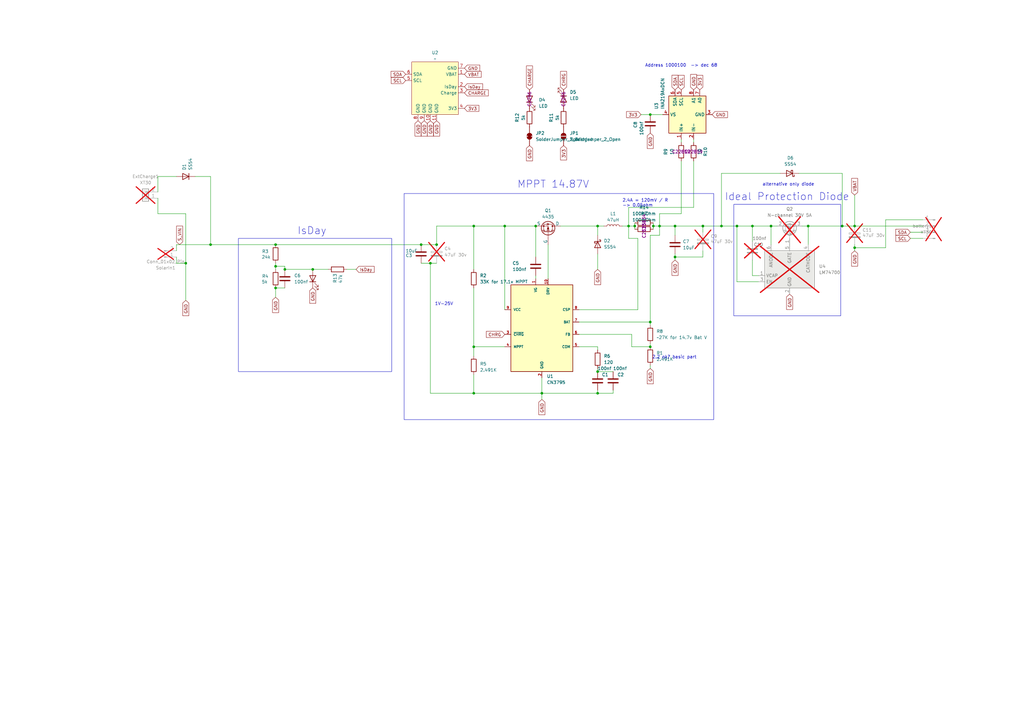
<source format=kicad_sch>
(kicad_sch (version 20250114) (generator "eeschema") (generator_version "9.0")
  (paper "A3")
  (lib_symbols
    (symbol "CN3795:CN3795" (pin_names (offset 1.016))
      (property "Reference" "U" (at 5.08 18.542 0))
      (property "Value" "CN3795" (at 5.08 -20.32 0))
      (symbol "CN3795_0_0"
        (rectangle (start -12.7 -17.78) (end 12.7 17.78) (stroke (width 0.254)) (fill (type background)))
        (pin bidirectional line (at -15.24 7.62 0) (length 2.54) (name "VCC") (number "9"))
        (pin bidirectional line (at -15.24 -2.54 0) (length 2.54) (name "~{CHRG}") (number "3"))
        (pin bidirectional line (at -15.24 -7.62 0) (length 2.54) (name "MPPT") (number "4"))
        (pin bidirectional line (at -2.54 20.32 270) (length 2.54) (name "VG") (number "1"))
        (pin bidirectional line (at 0 -20.32 90) (length 2.54) (name "GND") (number "2"))
        (pin bidirectional line (at 2.54 20.32 270) (length 2.54) (name "DRV") (number "10"))
        (pin bidirectional line (at 15.24 7.62 180) (length 2.54) (name "CSP") (number "8"))
        (pin bidirectional line (at 15.24 2.54 180) (length 2.54) (name "BAT") (number "7"))
        (pin bidirectional line (at 15.24 -2.54 180) (length 2.54) (name "FB") (number "6"))
        (pin bidirectional line (at 15.24 -7.62 180) (length 2.54) (name "COM") (number "5"))
      )
    )
    (symbol "Connector:Conn_01x02_Pin" (pin_names (offset 1.016) (hide yes))
      (property "Reference" "J" (at 0 2.54 0))
      (property "Value" "Conn_01x02_Pin" (at 0 -5.08 0))
      (symbol "Conn_01x02_Pin_1_1"
        (rectangle (start 0.8636 0.127) (end 0 -0.127) (stroke (width 0.1524)) (fill (type outline)))
        (rectangle (start 0.8636 -2.413) (end 0 -2.667) (stroke (width 0.1524)) (fill (type outline)))
        (polyline (pts (xy 1.27 0) (xy 0.8636 0)) (stroke (width 0.1524)))
        (polyline (pts (xy 1.27 -2.54) (xy 0.8636 -2.54)) (stroke (width 0.1524)))
        (pin passive line (at 5.08 0 180) (length 3.81) (name "Pin_1") (number "1"))
        (pin passive line (at 5.08 -2.54 180) (length 3.81) (name "Pin_2") (number "2"))
      )
    )
    (symbol "Connector:Conn_01x04_Pin" (pin_names (offset 1.016) (hide yes))
      (property "Reference" "J" (at 0 5.08 0))
      (property "Value" "Conn_01x04_Pin" (at 0 -7.62 0))
      (symbol "Conn_01x04_Pin_1_1"
        (rectangle (start 0.8636 2.667) (end 0 2.413) (stroke (width 0.1524)) (fill (type outline)))
        (rectangle (start 0.8636 0.127) (end 0 -0.127) (stroke (width 0.1524)) (fill (type outline)))
        (rectangle (start 0.8636 -2.413) (end 0 -2.667) (stroke (width 0.1524)) (fill (type outline)))
        (rectangle (start 0.8636 -4.953) (end 0 -5.207) (stroke (width 0.1524)) (fill (type outline)))
        (polyline (pts (xy 1.27 2.54) (xy 0.8636 2.54)) (stroke (width 0.1524)))
        (polyline (pts (xy 1.27 0) (xy 0.8636 0)) (stroke (width 0.1524)))
        (polyline (pts (xy 1.27 -2.54) (xy 0.8636 -2.54)) (stroke (width 0.1524)))
        (polyline (pts (xy 1.27 -5.08) (xy 0.8636 -5.08)) (stroke (width 0.1524)))
        (pin passive line (at 5.08 2.54 180) (length 3.81) (name "Pin_1") (number "1"))
        (pin passive line (at 5.08 0 180) (length 3.81) (name "Pin_2") (number "2"))
        (pin passive line (at 5.08 -2.54 180) (length 3.81) (name "Pin_3") (number "3"))
        (pin passive line (at 5.08 -5.08 180) (length 3.81) (name "Pin_4") (number "4"))
      )
    )
    (symbol "Connector_Generic:Conn_01x02" (pin_names (offset 1.016) (hide yes))
      (property "Reference" "J" (at 0 2.54 0))
      (property "Value" "Conn_01x02" (at 0 -5.08 0))
      (symbol "Conn_01x02_1_1"
        (rectangle (start -1.27 1.27) (end 1.27 -3.81) (stroke (width 0.254)) (fill (type background)))
        (rectangle (start -1.27 0.127) (end 0 -0.127) (stroke (width 0.1524)))
        (rectangle (start -1.27 -2.413) (end 0 -2.667) (stroke (width 0.1524)))
        (pin passive line (at -5.08 0 0) (length 3.81) (name "Pin_1") (number "1"))
        (pin passive line (at -5.08 -2.54 0) (length 3.81) (name "Pin_2") (number "2"))
      )
    )
    (symbol "Device:C" (pin_numbers (hide yes)) (pin_names (offset 0.254))
      (property "Reference" "C" (at 0.635 2.54 0))
      (property "Value" "C" (at 0.635 -2.54 0))
      (symbol "C_0_1"
        (polyline (pts (xy -2.032 0.762) (xy 2.032 0.762)) (stroke (width 0.508)))
        (polyline (pts (xy -2.032 -0.762) (xy 2.032 -0.762)) (stroke (width 0.508)))
      )
      (symbol "C_1_1"
        (pin passive line (at 0 3.81 270) (length 2.794) (name "~") (number "1"))
        (pin passive line (at 0 -3.81 90) (length 2.794) (name "~") (number "2"))
      )
    )
    (symbol "Device:C_Polarized" (pin_numbers (hide yes)) (pin_names (offset 0.254))
      (property "Reference" "C" (at 0.635 2.54 0))
      (property "Value" "C_Polarized" (at 0.635 -2.54 0))
      (symbol "C_Polarized_0_1"
        (rectangle (start -2.286 0.508) (end 2.286 1.016))
        (polyline (pts (xy -1.778 2.286) (xy -0.762 2.286)))
        (polyline (pts (xy -1.27 2.794) (xy -1.27 1.778)))
        (rectangle (start 2.286 -0.508) (end -2.286 -1.016) (fill (type outline)))
      )
      (symbol "C_Polarized_1_1"
        (pin passive line (at 0 3.81 270) (length 2.794) (name "~") (number "1"))
        (pin passive line (at 0 -3.81 90) (length 2.794) (name "~") (number "2"))
      )
    )
    (symbol "Device:D" (pin_numbers (hide yes)) (pin_names (offset 1.016) (hide yes))
      (property "Reference" "D" (at 0 2.54 0))
      (property "Value" "D" (at 0 -2.54 0))
      (symbol "D_0_1"
        (polyline (pts (xy -1.27 1.27) (xy -1.27 -1.27)) (stroke (width 0.254)))
        (polyline (pts (xy 1.27 1.27) (xy 1.27 -1.27) (xy -1.27 0) (xy 1.27 1.27)) (stroke (width 0.254)))
        (polyline (pts (xy 1.27 0) (xy -1.27 0)))
      )
      (symbol "D_1_1"
        (pin passive line (at -3.81 0 0) (length 2.54) (name "K") (number "1"))
        (pin passive line (at 3.81 0 180) (length 2.54) (name "A") (number "2"))
      )
    )
    (symbol "Device:D_Schottky" (pin_numbers (hide yes)) (pin_names (offset 1.016) (hide yes))
      (property "Reference" "D" (at 0 2.54 0))
      (property "Value" "D_Schottky" (at 0 -2.54 0))
      (symbol "D_Schottky_0_1"
        (polyline (pts (xy -1.905 0.635) (xy -1.905 1.27) (xy -1.27 1.27) (xy -1.27 -1.27) (xy -0.635 -1.27) (xy -0.635 -0.635)) (stroke (width 0.254)))
        (polyline (pts (xy 1.27 1.27) (xy 1.27 -1.27) (xy -1.27 0) (xy 1.27 1.27)) (stroke (width 0.254)))
        (polyline (pts (xy 1.27 0) (xy -1.27 0)))
      )
      (symbol "D_Schottky_1_1"
        (pin passive line (at -3.81 0 0) (length 2.54) (name "K") (number "1"))
        (pin passive line (at 3.81 0 180) (length 2.54) (name "A") (number "2"))
      )
    )
    (symbol "Device:L" (pin_numbers (hide yes)) (pin_names (offset 1.016) (hide yes))
      (property "Reference" "L" (at -1.27 0 90))
      (property "Value" "L" (at 1.905 0 90))
      (symbol "L_0_1"
        (arc (start 0 2.54) (mid 0.6323 1.905) (end 0 1.27))
        (arc (start 0 1.27) (mid 0.6323 0.635) (end 0 0))
        (arc (start 0 0) (mid 0.6323 -0.635) (end 0 -1.27))
        (arc (start 0 -1.27) (mid 0.6323 -1.905) (end 0 -2.54))
      )
      (symbol "L_1_1"
        (pin passive line (at 0 3.81 270) (length 1.27) (name "1") (number "1"))
        (pin passive line (at 0 -3.81 90) (length 1.27) (name "2") (number "2"))
      )
    )
    (symbol "Device:LED" (pin_numbers (hide yes)) (pin_names (offset 1.016) (hide yes))
      (property "Reference" "D" (at 0 2.54 0))
      (property "Value" "LED" (at 0 -2.54 0))
      (symbol "LED_0_1"
        (polyline (pts (xy -3.048 -0.762) (xy -4.572 -2.286) (xy -3.81 -2.286) (xy -4.572 -2.286) (xy -4.572 -1.524)))
        (polyline (pts (xy -1.778 -0.762) (xy -3.302 -2.286) (xy -2.54 -2.286) (xy -3.302 -2.286) (xy -3.302 -1.524)))
        (polyline (pts (xy -1.27 0) (xy 1.27 0)))
        (polyline (pts (xy -1.27 -1.27) (xy -1.27 1.27)) (stroke (width 0.254)))
        (polyline (pts (xy 1.27 -1.27) (xy 1.27 1.27) (xy -1.27 0) (xy 1.27 -1.27)) (stroke (width 0.254)))
      )
      (symbol "LED_1_1"
        (pin passive line (at -3.81 0 0) (length 2.54) (name "K") (number "1"))
        (pin passive line (at 3.81 0 180) (length 2.54) (name "A") (number "2"))
      )
    )
    (symbol "Device:R" (pin_numbers (hide yes)) (pin_names (offset 0))
      (property "Reference" "R" (at 2.032 0 90))
      (property "Value" "R" (at 0 0 90))
      (symbol "R_0_1"
        (rectangle (start -1.016 -2.54) (end 1.016 2.54) (stroke (width 0.254)))
      )
      (symbol "R_1_1"
        (pin passive line (at 0 3.81 270) (length 1.27) (name "~") (number "1"))
        (pin passive line (at 0 -3.81 90) (length 1.27) (name "~") (number "2"))
      )
    )
    (symbol "Jumper:SolderJumper_2_Bridged" (pin_numbers (hide yes)) (pin_names (offset 0) (hide yes)) (exclude_from_sim yes) (in_bom no)
      (property "Reference" "JP" (at 0 2.032 0))
      (property "Value" "SolderJumper_2_Bridged" (at 0 -2.54 0))
      (symbol "SolderJumper_2_Bridged_0_1"
        (rectangle (start -0.508 0.508) (end 0.508 -0.508) (fill (type outline)))
        (polyline (pts (xy -0.254 1.016) (xy -0.254 -1.016)))
        (arc (start -0.254 -1.016) (mid -1.2656 0) (end -0.254 1.016))
        (arc (start -0.254 -1.016) (mid -1.2656 0) (end -0.254 1.016) (fill (type outline)))
        (arc (start 0.254 1.016) (mid 1.2656 0) (end 0.254 -1.016))
        (arc (start 0.254 1.016) (mid 1.2656 0) (end 0.254 -1.016) (fill (type outline)))
        (polyline (pts (xy 0.254 1.016) (xy 0.254 -1.016)))
      )
      (symbol "SolderJumper_2_Bridged_1_1"
        (pin passive line (at -3.81 0 0) (length 2.54) (name "A") (number "1"))
        (pin passive line (at 3.81 0 180) (length 2.54) (name "B") (number "2"))
      )
    )
    (symbol "Jumper:SolderJumper_2_Open" (pin_numbers (hide yes)) (pin_names (offset 0) (hide yes)) (exclude_from_sim yes) (in_bom no)
      (property "Reference" "JP" (at 0 2.032 0))
      (property "Value" "SolderJumper_2_Open" (at 0 -2.54 0))
      (symbol "SolderJumper_2_Open_0_1"
        (polyline (pts (xy -0.254 1.016) (xy -0.254 -1.016)))
        (arc (start -0.254 -1.016) (mid -1.2656 0) (end -0.254 1.016))
        (arc (start -0.254 -1.016) (mid -1.2656 0) (end -0.254 1.016) (fill (type outline)))
        (arc (start 0.254 1.016) (mid 1.2656 0) (end 0.254 -1.016))
        (arc (start 0.254 1.016) (mid 1.2656 0) (end 0.254 -1.016) (fill (type outline)))
        (polyline (pts (xy 0.254 1.016) (xy 0.254 -1.016)))
      )
      (symbol "SolderJumper_2_Open_1_1"
        (pin passive line (at -3.81 0 0) (length 2.54) (name "A") (number "1"))
        (pin passive line (at 3.81 0 180) (length 2.54) (name "B") (number "2"))
      )
    )
    (symbol "LED_1" (pin_numbers (hide yes)) (pin_names (offset 1.016) (hide yes))
      (property "Reference" "D" (at 0 2.54 0))
      (property "Value" "LED" (at 0 -2.54 0))
      (symbol "LED_1_0_1"
        (polyline (pts (xy -3.048 -0.762) (xy -4.572 -2.286) (xy -3.81 -2.286) (xy -4.572 -2.286) (xy -4.572 -1.524)))
        (polyline (pts (xy -1.778 -0.762) (xy -3.302 -2.286) (xy -2.54 -2.286) (xy -3.302 -2.286) (xy -3.302 -1.524)))
        (polyline (pts (xy -1.27 0) (xy 1.27 0)))
        (polyline (pts (xy -1.27 -1.27) (xy -1.27 1.27)) (stroke (width 0.254)))
        (polyline (pts (xy 1.27 -1.27) (xy 1.27 1.27) (xy -1.27 0) (xy 1.27 -1.27)) (stroke (width 0.254)))
      )
      (symbol "LED_1_1_1"
        (pin passive line (at -3.81 0 0) (length 2.54) (name "K") (number "1"))
        (pin passive line (at 3.81 0 180) (length 2.54) (name "A") (number "2"))
      )
    )
    (symbol "MPPT:MPPT"
      (property "Reference" "U" (at 0 0 0))
      (symbol "MPPT_1_1"
        (rectangle (start -10.16 -1.27) (end 8.89 -22.86) (fill (type background)))
        (pin input line (at -12.7 -6.35 0) (length 2.54) (name "SDA") (number "6"))
        (pin input line (at -12.7 -8.89 0) (length 2.54) (name "SCL") (number "5"))
        (pin power_out line (at -7.62 -25.4 90) (length 2.54) (name "GND") (number "8"))
        (pin power_out line (at -5.08 -25.4 90) (length 2.54) (name "GND") (number "9"))
        (pin power_out line (at -2.54 -25.4 90) (length 2.54) (name "GND") (number "10"))
        (pin power_out line (at 0 -25.4 90) (length 2.54) (name "GND") (number "11"))
        (pin power_out line (at 11.43 -3.81 180) (length 2.54) (name "GND") (number "7"))
        (pin power_out line (at 11.43 -6.35 180) (length 2.54) (name "VBAT") (number "1"))
        (pin output line (at 11.43 -11.43 180) (length 2.54) (name "IsDay") (number "2"))
        (pin input line (at 11.43 -13.97 180) (length 2.54) (name "Charge") (number "3"))
        (pin input line (at 11.43 -20.32 180) (length 2.54) (name "3V3") (number "4"))
      )
    )
    (symbol "Power_Management:LM74700"
      (property "Reference" "U" (at -9.525 -8.89 0))
      (property "Value" "LM74700" (at 7.62 -8.89 0))
      (symbol "LM74700_0_1"
        (rectangle (start -10.16 7.62) (end 10.16 -7.62) (stroke (width 0.254)) (fill (type background)))
      )
      (symbol "LM74700_1_1"
        (pin passive line (at -12.7 -2.54 0) (length 2.54) (name "VCAP") (number "1"))
        (pin input line (at -12.7 -5.08 0) (length 2.54) (name "EN") (number "3"))
        (pin power_in line (at -7.62 10.16 270) (length 2.54) (name "ANODE") (number "6"))
        (pin output line (at 0 10.16 270) (length 2.54) (name "GATE") (number "5"))
        (pin power_in line (at 0 -10.16 90) (length 2.54) (name "GND") (number "2"))
        (pin input line (at 7.62 10.16 270) (length 2.54) (name "CATHODE") (number "4"))
      )
    )
    (symbol "SL2300:SL2300" (pin_names (offset 1.016))
      (property "Reference" "Q" (at 0 0 0))
      (property "Value" "SL2300" (at 7.62 0 0))
      (symbol "SL2300_1_1"
        (polyline (pts (xy -1.016 1.905) (xy -1.016 -1.905)) (stroke (width 0.254)))
        (polyline (pts (xy -1.016 0) (xy -3.81 0)))
        (polyline (pts (xy -0.508 2.286) (xy -0.508 1.27)) (stroke (width 0.254)))
        (polyline (pts (xy -0.508 0.508) (xy -0.508 -0.508)) (stroke (width 0.254)))
        (polyline (pts (xy -0.508 -1.27) (xy -0.508 -2.286)) (stroke (width 0.254)))
        (polyline (pts (xy -0.508 -1.778) (xy 2.032 -1.778) (xy 2.032 1.778) (xy -0.508 1.778)))
        (polyline (pts (xy -0.254 0) (xy 0.762 0.381) (xy 0.762 -0.381) (xy -0.254 0)) (fill (type outline)))
        (circle (center 0.381 0) (radius 2.794) (stroke (width 0.254)))
        (polyline (pts (xy 1.27 2.54) (xy 1.27 1.778)))
        (circle (center 1.27 1.778) (radius 0.254) (fill (type outline)))
        (circle (center 1.27 -1.778) (radius 0.254) (fill (type outline)))
        (polyline (pts (xy 1.27 -2.54) (xy 1.27 0) (xy -0.508 0)))
        (polyline (pts (xy 1.524 0.508) (xy 1.651 0.381) (xy 2.413 0.381) (xy 2.54 0.254)))
        (polyline (pts (xy 2.032 0.381) (xy 1.651 -0.254) (xy 2.413 -0.254) (xy 2.032 0.381)))
        (pin input line (at -6.35 0 0) (length 2.54) (name "G") (number "1"))
        (pin passive line (at 1.27 5.08 270) (length 2.54) (name "D") (number "3"))
        (pin passive line (at 1.27 -5.08 90) (length 2.54) (name "S") (number "2"))
      )
    )
    (symbol "Sensor_Energy:INA219AxDCN"
      (property "Reference" "U" (at -6.35 8.89 0))
      (property "Value" "INA219AxDCN" (at 6.35 8.89 0))
      (symbol "INA219AxDCN_0_1"
        (rectangle (start -7.62 7.62) (end 7.62 -7.62) (stroke (width 0.254)) (fill (type background)))
      )
      (symbol "INA219AxDCN_1_1"
        (pin input line (at -10.16 2.54 0) (length 2.54) (name "IN+") (number "1"))
        (pin input line (at -10.16 -2.54 0) (length 2.54) (name "IN-") (number "2"))
        (pin power_in line (at 0 10.16 270) (length 2.54) (name "VS") (number "4"))
        (pin power_in line (at 0 -10.16 90) (length 2.54) (name "GND") (number "3"))
        (pin bidirectional line (at 10.16 5.08 180) (length 2.54) (name "SDA") (number "6"))
        (pin input line (at 10.16 2.54 180) (length 2.54) (name "SCL") (number "5"))
        (pin input line (at 10.16 -2.54 180) (length 2.54) (name "A1") (number "8"))
        (pin input line (at 10.16 -5.08 180) (length 2.54) (name "A0") (number "7"))
      )
    )
    (symbol "Simulation_SPICE:PMOS" (pin_numbers (hide yes)) (pin_names (offset 0))
      (property "Reference" "Q" (at 5.08 1.27 0))
      (property "Value" "PMOS" (at 5.08 -1.27 0))
      (symbol "PMOS_0_1"
        (polyline (pts (xy 0.254 1.905) (xy 0.254 -1.905)) (stroke (width 0.254)))
        (polyline (pts (xy 0.254 0) (xy -2.54 0)))
        (polyline (pts (xy 0.762 2.286) (xy 0.762 1.27)) (stroke (width 0.254)))
        (polyline (pts (xy 0.762 1.778) (xy 3.302 1.778) (xy 3.302 -1.778) (xy 0.762 -1.778)))
        (polyline (pts (xy 0.762 0.508) (xy 0.762 -0.508)) (stroke (width 0.254)))
        (polyline (pts (xy 0.762 -1.27) (xy 0.762 -2.286)) (stroke (width 0.254)))
        (circle (center 1.651 0) (radius 2.794) (stroke (width 0.254)))
        (polyline (pts (xy 2.286 0) (xy 1.27 0.381) (xy 1.27 -0.381) (xy 2.286 0)) (fill (type outline)))
        (polyline (pts (xy 2.54 2.54) (xy 2.54 1.778)))
        (circle (center 2.54 1.778) (radius 0.254) (fill (type outline)))
        (circle (center 2.54 -1.778) (radius 0.254) (fill (type outline)))
        (polyline (pts (xy 2.54 -2.54) (xy 2.54 0) (xy 0.762 0)))
        (polyline (pts (xy 2.794 -0.508) (xy 2.921 -0.381) (xy 3.683 -0.381) (xy 3.81 -0.254)))
        (polyline (pts (xy 3.302 -0.381) (xy 2.921 0.254) (xy 3.683 0.254) (xy 3.302 -0.381)))
      )
      (symbol "PMOS_1_1"
        (pin input line (at -5.08 0 0) (length 2.54) (name "G") (number "2"))
        (pin passive line (at 2.54 5.08 270) (length 2.54) (name "D") (number "1"))
        (pin passive line (at 2.54 -5.08 90) (length 2.54) (name "S") (number "3"))
      )
    )
  )
  (rectangle (start 300.99 83.82) (end 344.805 129.54))
  (rectangle (start 165.735 79.375) (end 292.735 172.085))
  (rectangle (start 97.79 97.79) (end 160.655 152.4))
  (text "alternative only diode" (at 323.342 75.692 0) (effects (font (size 1.27 1.27))))
  (text "IsDay" (at 121.92 96.52 0) (effects (font (size 3 3)) (justify left bottom)))
  (text "Ideal Protection Diode" (at 297.18 82.55 0) (effects (font (size 3 3)) (justify left bottom)))
  (text "1V-25V" (at 182.118 124.714 0) (effects (font (size 1.27 1.27))))
  (text "2.2 ok? basic part" (at 276.606 146.558 0) (effects (font (size 1.27 1.27))))
  (text "Address 1000100  -> dec 68" (at 279.4 26.924 0) (effects (font (size 1.27 1.27))))
  (text "MPPT 14.87V" (at 212.09 77.47 0) (effects (font (size 3 3)) (justify left bottom)))
  (text "2.4A = 120mV / R\n-> 0.05ohm" (at 255.27 85.09 0) (effects (font (size 1.27 1.27)) (justify left bottom)))
  (junction (at 172.72 100.33))
  (junction (at 207.01 92.71))
  (junction (at 76.2 107.95))
  (junction (at 245.11 92.71))
  (junction (at 350.52 101.6))
  (junction (at 316.23 92.71))
  (junction (at 295.91 92.71))
  (junction (at 113.03 118.11))
  (junction (at 345.44 92.71))
  (junction (at 276.86 105.41))
  (junction (at 194.31 92.71))
  (junction (at 176.53 107.95))
  (junction (at 194.31 161.29))
  (junction (at 276.86 92.71))
  (junction (at 308.61 92.71))
  (junction (at 113.03 100.33))
  (junction (at 288.29 92.71))
  (junction (at 267.97 92.71))
  (junction (at 257.81 92.71))
  (junction (at 302.26 92.71))
  (junction (at 266.7 46.99))
  (junction (at 179.07 100.33))
  (junction (at 350.52 92.71))
  (junction (at 128.27 110.49))
  (junction (at 245.11 152.4))
  (junction (at 222.25 161.29))
  (junction (at 219.71 92.71))
  (junction (at 331.47 92.71))
  (junction (at 266.7 132.08))
  (junction (at 266.7 142.24))
  (junction (at 113.03 109.22))
  (junction (at 245.11 161.29))
  (junction (at 194.31 142.24))
  (junction (at 116.84 110.49))
  (junction (at 270.51 92.71))
  (junction (at 86.36 100.33))
  (junction (at 260.35 92.71))
  (wire (pts (xy 311.15 115.57) (xy 302.26 115.57)))
  (wire (pts (xy 194.31 92.71) (xy 207.01 92.71)))
  (wire (pts (xy 64.77 78.74) (xy 64.77 72.39)))
  (wire (pts (xy 261.62 127) (xy 237.49 127)))
  (wire (pts (xy 207.01 127) (xy 207.01 92.71)))
  (wire (pts (xy 64.77 72.39) (xy 72.39 72.39)))
  (wire (pts (xy 245.11 104.14) (xy 245.11 110.49)))
  (wire (pts (xy 363.22 90.17) (xy 378.46 90.17)))
  (wire (pts (xy 64.77 81.28) (xy 64.77 87.63)))
  (wire (pts (xy 257.81 92.71) (xy 257.81 97.79)))
  (wire (pts (xy 245.11 151.13) (xy 245.11 152.4)))
  (wire (pts (xy 266.7 132.08) (xy 266.7 133.35)))
  (wire (pts (xy 262.89 46.99) (xy 266.7 46.99)))
  (wire (pts (xy 176.53 107.95) (xy 176.53 161.29)))
  (wire (pts (xy 113.03 109.22) (xy 113.03 110.49)))
  (wire (pts (xy 276.86 105.41) (xy 288.29 105.41)))
  (wire (pts (xy 257.81 85.09) (xy 284.48 85.09)))
  (wire (pts (xy 345.44 92.71) (xy 350.52 92.71)))
  (wire (pts (xy 311.15 113.03) (xy 308.61 113.03)))
  (wire (pts (xy 86.36 100.33) (xy 113.03 100.33)))
  (wire (pts (xy 295.91 92.71) (xy 302.26 92.71)))
  (wire (pts (xy 113.03 100.33) (xy 172.72 100.33)))
  (wire (pts (xy 176.53 161.29) (xy 194.31 161.29)))
  (wire (pts (xy 76.2 87.63) (xy 76.2 107.95)))
  (wire (pts (xy 373.38 95.25) (xy 378.46 95.25)))
  (wire (pts (xy 245.11 92.71) (xy 247.65 92.71)))
  (wire (pts (xy 266.7 96.52) (xy 266.7 132.08)))
  (wire (pts (xy 327.66 71.12) (xy 345.44 71.12)))
  (wire (pts (xy 328.93 92.71) (xy 331.47 92.71)))
  (wire (pts (xy 237.49 137.16) (xy 259.08 137.16)))
  (wire (pts (xy 72.39 107.95) (xy 76.2 107.95)))
  (wire (pts (xy 194.31 161.29) (xy 222.25 161.29)))
  (wire (pts (xy 350.52 101.6) (xy 363.22 101.6)))
  (wire (pts (xy 267.97 92.71) (xy 270.51 92.71)))
  (wire (pts (xy 116.84 110.49) (xy 128.27 110.49)))
  (wire (pts (xy 224.79 100.33) (xy 224.79 114.3)))
  (wire (pts (xy 255.27 92.71) (xy 257.81 92.71)))
  (wire (pts (xy 316.23 92.71) (xy 318.77 92.71)))
  (wire (pts (xy 284.48 58.42) (xy 284.48 57.15)))
  (wire (pts (xy 259.08 137.16) (xy 259.08 142.24)))
  (wire (pts (xy 194.31 153.67) (xy 194.31 161.29)))
  (wire (pts (xy 276.86 96.52) (xy 276.86 92.71)))
  (wire (pts (xy 288.29 92.71) (xy 288.29 95.25)))
  (wire (pts (xy 72.39 105.41) (xy 72.39 107.95)))
  (wire (pts (xy 267.97 93.98) (xy 267.97 92.71)))
  (wire (pts (xy 64.77 87.63) (xy 76.2 87.63)))
  (wire (pts (xy 245.11 152.4) (xy 251.46 152.4)))
  (wire (pts (xy 245.11 142.24) (xy 245.11 143.51)))
  (wire (pts (xy 260.35 92.71) (xy 260.35 93.98)))
  (wire (pts (xy 276.86 92.71) (xy 288.29 92.71)))
  (wire (pts (xy 237.49 142.24) (xy 245.11 142.24)))
  (wire (pts (xy 172.72 100.33) (xy 179.07 100.33)))
  (wire (pts (xy 194.31 142.24) (xy 194.31 146.05)))
  (wire (pts (xy 194.31 142.24) (xy 207.01 142.24)))
  (wire (pts (xy 176.53 107.95) (xy 179.07 107.95)))
  (wire (pts (xy 350.52 101.6) (xy 350.52 100.33)))
  (wire (pts (xy 113.03 107.95) (xy 113.03 109.22)))
  (wire (pts (xy 116.84 109.22) (xy 116.84 110.49)))
  (wire (pts (xy 350.52 80.01) (xy 350.52 92.71)))
  (wire (pts (xy 373.38 97.79) (xy 378.46 97.79)))
  (wire (pts (xy 113.03 118.11) (xy 113.03 121.92)))
  (wire (pts (xy 245.11 92.71) (xy 245.11 96.52)))
  (wire (pts (xy 86.36 72.39) (xy 86.36 100.33)))
  (wire (pts (xy 288.29 102.87) (xy 288.29 105.41)))
  (wire (pts (xy 261.62 97.79) (xy 261.62 127)))
  (wire (pts (xy 279.4 58.42) (xy 279.4 57.15)))
  (wire (pts (xy 308.61 106.68) (xy 308.61 113.03)))
  (wire (pts (xy 308.61 92.71) (xy 308.61 99.06)))
  (wire (pts (xy 295.91 92.71) (xy 295.91 71.12)))
  (wire (pts (xy 350.52 102.87) (xy 350.52 101.6)))
  (wire (pts (xy 207.01 92.71) (xy 219.71 92.71)))
  (wire (pts (xy 266.7 142.24) (xy 259.08 142.24)))
  (wire (pts (xy 222.25 161.29) (xy 222.25 163.83)))
  (wire (pts (xy 76.2 107.95) (xy 76.2 123.19)))
  (wire (pts (xy 194.31 92.71) (xy 194.31 110.49)))
  (wire (pts (xy 266.7 46.99) (xy 271.78 46.99)))
  (wire (pts (xy 113.03 109.22) (xy 116.84 109.22)))
  (wire (pts (xy 363.22 101.6) (xy 363.22 90.17)))
  (wire (pts (xy 179.07 92.71) (xy 179.07 100.33)))
  (wire (pts (xy 72.39 102.87) (xy 72.39 100.33)))
  (wire (pts (xy 331.47 92.71) (xy 331.47 100.33)))
  (wire (pts (xy 80.01 72.39) (xy 86.36 72.39)))
  (wire (pts (xy 266.7 140.97) (xy 266.7 142.24)))
  (wire (pts (xy 260.35 91.44) (xy 260.35 92.71)))
  (wire (pts (xy 266.7 149.86) (xy 266.7 151.13)))
  (wire (pts (xy 142.24 110.49) (xy 146.05 110.49)))
  (wire (pts (xy 284.48 66.04) (xy 284.48 85.09)))
  (wire (pts (xy 72.39 100.33) (xy 86.36 100.33)))
  (wire (pts (xy 245.11 161.29) (xy 222.25 161.29)))
  (wire (pts (xy 316.23 92.71) (xy 316.23 100.33)))
  (wire (pts (xy 245.11 161.29) (xy 251.46 161.29)))
  (wire (pts (xy 267.97 92.71) (xy 267.97 91.44)))
  (wire (pts (xy 219.71 92.71) (xy 219.71 105.41)))
  (wire (pts (xy 302.26 115.57) (xy 302.26 92.71)))
  (wire (pts (xy 257.81 92.71) (xy 260.35 92.71)))
  (wire (pts (xy 270.51 96.52) (xy 270.51 92.71)))
  (wire (pts (xy 350.52 92.71) (xy 378.46 92.71)))
  (wire (pts (xy 288.29 92.71) (xy 295.91 92.71)))
  (wire (pts (xy 251.46 161.29) (xy 251.46 160.02)))
  (wire (pts (xy 302.26 92.71) (xy 308.61 92.71)))
  (wire (pts (xy 245.11 161.29) (xy 245.11 160.02)))
  (wire (pts (xy 270.51 92.71) (xy 276.86 92.71)))
  (wire (pts (xy 279.4 66.04) (xy 279.4 87.63)))
  (wire (pts (xy 295.91 71.12) (xy 320.04 71.12)))
  (wire (pts (xy 222.25 154.94) (xy 222.25 161.29)))
  (wire (pts (xy 270.51 87.63) (xy 270.51 92.71)))
  (wire (pts (xy 270.51 87.63) (xy 279.4 87.63)))
  (wire (pts (xy 266.7 96.52) (xy 270.51 96.52)))
  (wire (pts (xy 237.49 132.08) (xy 266.7 132.08)))
  (wire (pts (xy 276.86 105.41) (xy 276.86 106.68)))
  (wire (pts (xy 345.44 71.12) (xy 345.44 92.71)))
  (wire (pts (xy 257.81 85.09) (xy 257.81 92.71)))
  (wire (pts (xy 179.07 92.71) (xy 194.31 92.71)))
  (wire (pts (xy 276.86 104.14) (xy 276.86 105.41)))
  (wire (pts (xy 308.61 92.71) (xy 316.23 92.71)))
  (wire (pts (xy 229.87 92.71) (xy 245.11 92.71)))
  (wire (pts (xy 172.72 107.95) (xy 176.53 107.95)))
  (wire (pts (xy 331.47 92.71) (xy 345.44 92.71)))
  (wire (pts (xy 113.03 118.11) (xy 116.84 118.11)))
  (wire (pts (xy 219.71 113.03) (xy 219.71 114.3)))
  (wire (pts (xy 257.81 97.79) (xy 261.62 97.79)))
  (wire (pts (xy 194.31 118.11) (xy 194.31 142.24)))
  (wire (pts (xy 128.27 110.49) (xy 134.62 110.49)))
  (global_label "S_VIN" (shape input) (at 73.66 100.33 90) (property "Intersheetrefs" "${INTERSHEET_REFS}" (effects (hide yes))))
  (global_label "GND" (shape input) (at 113.03 121.92 270) (property "Intersheetrefs" "${INTERSHEET_REFS}" (effects (hide yes))))
  (global_label "CHRG" (shape input) (at 231.14 36.83 90) (property "Intersheetrefs" "${INTERSHEET_REFS}" (effects (hide yes))))
  (global_label "GND" (shape input) (at 266.7 151.13 270) (property "Intersheetrefs" "${INTERSHEET_REFS}" (effects (hide yes))))
  (global_label "GND" (shape input) (at 276.86 106.68 270) (property "Intersheetrefs" "${INTERSHEET_REFS}" (effects (hide yes))))
  (global_label "SCL" (shape input) (at 279.4 36.83 90) (property "Intersheetrefs" "${INTERSHEET_REFS}" (effects (hide yes))))
  (global_label "3V3" (shape input) (at 287.02 36.83 90) (property "Intersheetrefs" "${INTERSHEET_REFS}" (effects (hide yes))))
  (global_label "VBAT" (shape input) (at 190.5 30.48 0) (property "Intersheetrefs" "${INTERSHEET_REFS}" (effects (hide yes))))
  (global_label "GND" (shape input) (at 350.52 102.87 270) (property "Intersheetrefs" "${INTERSHEET_REFS}" (effects (hide yes))))
  (global_label "CHRG" (shape input) (at 207.01 137.16 180) (property "Intersheetrefs" "${INTERSHEET_REFS}" (effects (hide yes))))
  (global_label "GND" (shape input) (at 323.85 120.65 270) (property "Intersheetrefs" "${INTERSHEET_REFS}" (effects (hide yes))))
  (global_label "GND" (shape input) (at 284.48 36.83 90) (property "Intersheetrefs" "${INTERSHEET_REFS}" (effects (hide yes))))
  (global_label "SDA" (shape input) (at 166.37 30.48 180) (property "Intersheetrefs" "${INTERSHEET_REFS}" (effects (hide yes))))
  (global_label "GND" (shape input) (at 222.25 163.83 270) (property "Intersheetrefs" "${INTERSHEET_REFS}" (effects (hide yes))))
  (global_label "CHARGE" (shape input) (at 190.5 38.1 0) (property "Intersheetrefs" "${INTERSHEET_REFS}" (effects (hide yes))))
  (global_label "SDA" (shape input) (at 373.38 95.25 180) (property "Intersheetrefs" "${INTERSHEET_REFS}" (effects (hide yes))))
  (global_label "3V3" (shape input) (at 190.5 44.45 0) (property "Intersheetrefs" "${INTERSHEET_REFS}" (effects (hide yes))))
  (global_label "IsDay" (shape input) (at 190.5 35.56 0) (property "Intersheetrefs" "${INTERSHEET_REFS}" (effects (hide yes))))
  (global_label "GND" (shape input) (at 176.53 49.53 270) (property "Intersheetrefs" "${INTERSHEET_REFS}" (effects (hide yes))))
  (global_label "SCL" (shape input) (at 373.38 97.79 180) (property "Intersheetrefs" "${INTERSHEET_REFS}" (effects (hide yes))))
  (global_label "SCL" (shape input) (at 166.37 33.02 180) (property "Intersheetrefs" "${INTERSHEET_REFS}" (effects (hide yes))))
  (global_label "GND" (shape input) (at 171.45 49.53 270) (property "Intersheetrefs" "${INTERSHEET_REFS}" (effects (hide yes))))
  (global_label "GND" (shape input) (at 173.99 49.53 270) (property "Intersheetrefs" "${INTERSHEET_REFS}" (effects (hide yes))))
  (global_label "VBAT" (shape input) (at 350.52 80.01 90) (property "Intersheetrefs" "${INTERSHEET_REFS}" (effects (hide yes))))
  (global_label "GND" (shape input) (at 266.7 54.61 270) (property "Intersheetrefs" "${INTERSHEET_REFS}" (effects (hide yes))))
  (global_label "GND" (shape input) (at 179.07 49.53 270) (property "Intersheetrefs" "${INTERSHEET_REFS}" (effects (hide yes))))
  (global_label "GND" (shape input) (at 76.2 123.19 270) (property "Intersheetrefs" "${INTERSHEET_REFS}" (effects (hide yes))))
  (global_label "GND" (shape input) (at 128.27 118.11 270) (property "Intersheetrefs" "${INTERSHEET_REFS}" (effects (hide yes))))
  (global_label "SDA" (shape input) (at 276.86 36.83 90) (property "Intersheetrefs" "${INTERSHEET_REFS}" (effects (hide yes))))
  (global_label "GND" (shape input) (at 217.17 59.69 270) (property "Intersheetrefs" "${INTERSHEET_REFS}" (effects (hide yes))))
  (global_label "CHARGE" (shape input) (at 217.17 36.83 90) (property "Intersheetrefs" "${INTERSHEET_REFS}" (effects (hide yes))))
  (global_label "3V3" (shape input) (at 262.89 46.99 180) (property "Intersheetrefs" "${INTERSHEET_REFS}" (effects (hide yes))))
  (global_label "3V3" (shape input) (at 231.14 59.69 270) (property "Intersheetrefs" "${INTERSHEET_REFS}" (effects (hide yes))))
  (global_label "GND" (shape input) (at 190.5 27.94 0) (property "Intersheetrefs" "${INTERSHEET_REFS}" (effects (hide yes))))
  (global_label "GND" (shape input) (at 292.1 46.99 0) (property "Intersheetrefs" "${INTERSHEET_REFS}" (effects (hide yes))))
  (global_label "GND" (shape input) (at 245.11 110.49 270) (property "Intersheetrefs" "${INTERSHEET_REFS}" (effects (hide yes))))
  (global_label "IsDay" (shape input) (at 146.05 110.49 0) (property "Intersheetrefs" "${INTERSHEET_REFS}" (effects (hide yes))))
  (symbol (lib_id "Device:C") (at 116.84 114.3 0) (unit 1)
    (property "Reference" "C6" (at 120.65 113.03 0) (effects (justify left)))
    (property "Value" "100nf" (at 120.65 115.57 0) (effects (justify left)))
    (property "Footprint" "PCM_Capacitor_SMD_Handsoldering_AKL:C_0603_1608Metric_Pad1.08x0.95mm" (effects (hide yes)))
    (property "LCSC_PART_NUMBER" "C14663" (effects (hide yes)))
  )
  (symbol (lib_name "LED_1") (lib_id "Device:LED") (at 128.27 114.3 90) (unit 1)
    (property "Reference" "D3" (effects (hide yes)))
    (property "Value" "GREEN" (effects (hide yes)))
    (property "Footprint" "LED_SMD:LED_0805_2012Metric" (effects (hide yes)))
    (property "Description" "Light emitting diode" (effects (hide yes)))
    (property "LCSC_PART_NUMBER" "C2297" (effects (hide yes)))
    (property "Sim.Pins" "1=K 2=A" (effects (hide yes)))
  )
  (symbol (lib_id "Device:C") (at 308.61 102.87 0) (unit 1) (dnp yes)
    (property "Reference" "C10" (at 313.055 100.33 0) (effects (justify right)))
    (property "Value" "100nf" (at 314.325 97.79 0) (effects (justify right)))
    (property "Footprint" "PCM_Capacitor_SMD_Handsoldering_AKL:C_0603_1608Metric_Pad1.08x0.95mm" (effects (hide yes)))
    (property "LCSC_PART_NUMBER" "C14663" (effects (hide yes)))
  )
  (symbol (lib_id "Device:R") (at 245.11 147.32 0) (unit 1)
    (property "Reference" "R6" (at 247.65 146.05 0) (effects (justify left)))
    (property "Value" "120" (at 247.65 148.59 0) (effects (justify left)))
    (property "Footprint" "Resistor_SMD:R_0603_1608Metric" (effects (hide yes)))
    (property "LCSC_PART_NUMBER" "C22787" (effects (hide yes)))
  )
  (symbol (lib_id "Device:C") (at 219.71 109.22 0) (unit 1)
    (property "Reference" "C5" (at 210.185 107.95 0) (effects (justify left)))
    (property "Value" "100nf" (at 210.185 110.49 0) (effects (justify left)))
    (property "Footprint" "PCM_Capacitor_SMD_Handsoldering_AKL:C_0603_1608Metric_Pad1.08x0.95mm" (effects (hide yes)))
    (property "LCSC_PART_NUMBER" "C14663" (effects (hide yes)))
  )
  (symbol (lib_id "Device:R") (at 264.16 91.44 90) (unit 1)
    (property "Reference" "R14" (at 264.16 85.09 90))
    (property "Value" "100mOhm" (at 264.16 87.63 90))
    (property "Footprint" "Resistor_SMD:R_1206_3216Metric" (effects (hide yes)))
    (property "Description" "Resistor" (effects (hide yes)))
    (property "LCSC_PART_NUMBER" "C25334" (at 264.16 91.44 0))
  )
  (symbol (lib_id "CN3795:CN3795") (at 222.25 134.62 0) (unit 1)
    (property "Reference" "U1" (at 224.2694 154.305 0) (effects (justify left)))
    (property "Value" "CN3795" (at 224.2694 156.845 0) (effects (justify left)))
    (property "Footprint" "PCM_Package_SO_AKL:SSOP-10_3.9x4.9mm_P1.00mm" (effects (hide yes)))
    (property "Description" "4A, Multi-Chemistry Battery Charger\nWith Photovoltaic Cell MPPT Function" (effects (hide yes)))
    (property "MF" "Consonance" (effects (hide yes)))
    (property "Package" "Package" (effects (hide yes)))
    (property "Price" "None" (effects (hide yes)))
    (property "SnapEDA_Link" "https://www.snapeda.com/parts/CN3795/Consonance/view-part/?ref=snap" (effects (hide yes)))
    (property "MP" "CN3795" (effects (hide yes)))
    (property "Availability" "Not in stock" (effects (hide yes)))
    (property "Check_prices" "https://www.snapeda.com/parts/CN3795/Consonance/view-part/?ref=eda" (effects (hide yes)))
    (property "Description_1" "4A, Multi-Chemistry Battery Charger\nWith Photovoltaic Cell MPPT Function" (effects (hide yes)))
    (property "LCSC_PART_NUMBER" "C150555" (effects (hide yes)))
  )
  (symbol (lib_id "Connector:Conn_01x04_Pin") (at 383.54 92.71 0) (mirror y) (unit 1) (dnp yes)
    (property "Reference" "battery1" (at 382.27 92.71 0) (effects (justify left)))
    (property "Value" "XT30" (at 382.27 95.25 0) (effects (justify left)))
    (property "Footprint" "kicad-stuff:AMASS_XT30UPB+DATA-M_1x02_P5.0mm_Vertical" (effects (hide yes)))
    (property "Description" "Generic connector, single row, 01x04, script generated" (effects (hide yes)))
    (property "LCSC_PART_NUMBER" "C108769" (effects (hide yes)))
  )
  (symbol (lib_id "Device:R") (at 217.17 48.26 180) (unit 1)
    (property "Reference" "R12" (at 212.09 48.26 90))
    (property "Value" "5k" (at 214.63 48.26 90))
    (property "Footprint" "Resistor_SMD:R_0603_1608Metric" (effects (hide yes)))
    (property "LCSC_PART_NUMBER" "C212284" (effects (hide yes)))
  )
  (symbol (lib_id "Connector:Conn_01x02_Pin") (at 67.31 105.41 0) (mirror x) (unit 1) (dnp yes)
    (property "Reference" "SolarIn1" (at 67.945 109.855 0))
    (property "Value" "Conn_01x02_Pin" (at 67.945 107.315 0))
    (property "Footprint" "Connector_AMASS:AMASS_XT30UPB-M_1x02_P5.0mm_Vertical" (effects (hide yes)))
  )
  (symbol (lib_id "Device:R") (at 266.7 146.05 0) (unit 1)
    (property "Reference" "R1" (at 269.24 144.78 0) (effects (justify left)))
    (property "Value" "2.491K" (at 269.24 147.32 0) (effects (justify left)))
    (property "Footprint" "Resistor_SMD:R_0603_1608Metric" (effects (hide yes)))
    (property "LCSC_PART_NUMBER" "C2930072" (effects (hide yes)))
  )
  (symbol (lib_id "Device:C") (at 251.46 156.21 0) (unit 1)
    (property "Reference" "C2" (at 255.905 153.67 0) (effects (justify right)))
    (property "Value" "100nf" (at 257.175 151.13 0) (effects (justify right)))
    (property "Footprint" "PCM_Capacitor_SMD_Handsoldering_AKL:C_0603_1608Metric_Pad1.08x0.95mm" (effects (hide yes)))
    (property "LCSC_PART_NUMBER" "C14663" (effects (hide yes)))
  )
  (symbol (lib_id "SL2300:SL2300") (at 323.85 93.98 270) (mirror x) (unit 1) (dnp yes)
    (property "Reference" "Q2" (at 323.85 85.725 90))
    (property "Value" "N-channel 30V 5A" (at 323.85 88.265 90))
    (property "Footprint" "PCM_Package_TO_SOT_SMD_AKL:SOT-23" (effects (hide yes)))
    (property "LCSC_PART_NUMBER" "C5364313" (effects (hide yes)))
  )
  (symbol (lib_id "Sensor_Energy:INA219AxDCN") (at 281.94 46.99 90) (unit 1)
    (property "Reference" "U3" (at 269.24 44.8467 0) (effects (justify left)))
    (property "Value" "INA219AxDCN" (at 271.78 44.8467 0) (effects (justify left)))
    (property "Footprint" "Package_TO_SOT_SMD:SOT-23-8" (effects (hide yes)))
    (property "Datasheet" "http://www.ti.com/lit/ds/symlink/ina219.pdf" (effects (hide yes)))
    (property "Description" "Zero-Drift, Bidirectional Current/Power Monitor (0-26V) With I2C Interface, SOT-23-8" (effects (hide yes)))
  )
  (symbol (lib_id "Connector_Generic:Conn_01x02") (at 59.69 81.28 180) (unit 1) (dnp yes)
    (property "Reference" "ExtCharge1" (at 59.69 72.39 0))
    (property "Value" "XT30" (at 59.69 74.93 0))
    (property "Footprint" "Connector_AMASS:AMASS_XT30UPB-F_1x02_P5.0mm_Vertical" (effects (hide yes)))
    (property "LCSC_PART_NUMBER" "C108769" (effects (hide yes)))
  )
  (symbol (lib_id "Simulation_SPICE:PMOS") (at 224.79 95.25 270) (mirror x) (unit 1)
    (property "Reference" "Q1" (at 224.79 86.36 90))
    (property "Value" "4435" (at 224.79 88.9 90))
    (property "Footprint" "board:4435" (effects (hide yes)))
    (property "Datasheet" "https://ngspice.sourceforge.io/docs/ngspice-html-manual/manual.xhtml#cha_MOSFETs" (effects (hide yes)))
    (property "Description" "P-MOSFET transistor, drain/source/gate" (effects (hide yes)))
    (property "Sim.Device" "PMOS" (effects (hide yes)))
    (property "Sim.Type" "VDMOS" (effects (hide yes)))
    (property "Sim.Pins" "1=D 2=G 3=S" (effects (hide yes)))
    (property "LCSC_PART_NUMBER" "C2833150" (effects (hide yes)))
  )
  (symbol (lib_id "Device:R") (at 113.03 114.3 0) (unit 1)
    (property "Reference" "R4" (at 107.442 113.284 0) (effects (justify left)))
    (property "Value" "5k" (at 107.315 115.57 0) (effects (justify left)))
    (property "Footprint" "Resistor_SMD:R_0603_1608Metric" (effects (hide yes)))
    (property "LCSC_PART_NUMBER" "C212284" (effects (hide yes)))
    (property "Sim.Device" "R" (effects (hide yes)))
    (property "Sim.Pins" "1=+ 2=-" (effects (hide yes)))
  )
  (symbol (lib_id "Device:R") (at 231.14 48.26 180) (unit 1)
    (property "Reference" "R11" (at 226.06 48.26 90))
    (property "Value" "5k" (at 228.6 48.26 90))
    (property "Footprint" "Resistor_SMD:R_0603_1608Metric" (effects (hide yes)))
    (property "LCSC_PART_NUMBER" "C212284" (effects (hide yes)))
  )
  (symbol (lib_id "Device:R") (at 194.31 149.86 180) (unit 1)
    (property "Reference" "R5" (at 196.85 149.225 0) (effects (justify right)))
    (property "Value" "2.491K" (at 196.85 151.765 0) (effects (justify right)))
    (property "Footprint" "Resistor_SMD:R_0603_1608Metric" (effects (hide yes)))
    (property "LCSC_PART_NUMBER" "C2930072" (effects (hide yes)))
  )
  (symbol (lib_id "Device:C") (at 276.86 100.33 0) (unit 1)
    (property "Reference" "C7" (at 280.035 99.06 0) (effects (justify left)))
    (property "Value" "10uF" (at 280.035 101.6 0) (effects (justify left)))
    (property "Footprint" "PCM_Capacitor_SMD_Handsoldering_AKL:C_1206_3216Metric_Pad1.33x1.80mm" (effects (hide yes)))
    (property "LCSC_PART_NUMBER" "C13585" (effects (hide yes)))
  )
  (symbol (lib_id "Device:D_Schottky") (at 245.11 100.33 270) (unit 1)
    (property "Reference" "D2" (at 247.65 98.7425 90) (effects (justify left)))
    (property "Value" "SS54" (at 247.65 101.2825 90) (effects (justify left)))
    (property "Footprint" "PCM_Diode_SMD_Handsoldering_AKL:D_SMAFL" (effects (hide yes)))
    (property "LCSC_PART_NUMBER" "C5359893" (effects (hide yes)))
  )
  (symbol (lib_id "Device:C") (at 172.72 104.14 0) (unit 1)
    (property "Reference" "C3" (at 166.37 104.775 0) (effects (justify left)))
    (property "Value" "10uF" (at 166.37 102.87 0) (effects (justify left)))
    (property "Footprint" "PCM_Capacitor_SMD_Handsoldering_AKL:C_1206_3216Metric_Pad1.33x1.80mm" (effects (hide yes)))
    (property "LCSC_PART_NUMBER" "C13585" (effects (hide yes)))
  )
  (symbol (lib_id "Jumper:SolderJumper_2_Open") (at 231.14 55.88 90) (unit 1) (exclude_from_sim yes) (in_bom no)
    (property "Reference" "JP1" (at 233.68 54.6099 90) (effects (justify right)))
    (property "Value" "SolderJumper_2_Open" (at 233.68 57.1499 90) (effects (justify right)))
    (property "Footprint" "Jumper:SolderJumper-2_P1.3mm_Open_RoundedPad1.0x1.5mm" (effects (hide yes)))
    (property "Description" "Solder Jumper, 2-pole, open" (effects (hide yes)))
  )
  (symbol (lib_id "MPPT:MPPT") (at 179.07 24.13 0) (unit 1)
    (property "Reference" "U2" (at 178.435 21.59 0))
    (property "Value" "~" (at 178.435 24.13 0))
    (property "Footprint" "MPPT:MPPT" (effects (hide yes)))
  )
  (symbol (lib_id "Device:C") (at 245.11 156.21 0) (unit 1)
    (property "Reference" "C1" (at 249.555 153.67 0) (effects (justify right)))
    (property "Value" "100nf" (at 250.825 151.13 0) (effects (justify right)))
    (property "Footprint" "PCM_Capacitor_SMD_Handsoldering_AKL:C_0603_1608Metric_Pad1.08x0.95mm" (effects (hide yes)))
    (property "LCSC_PART_NUMBER" "C14663" (effects (hide yes)))
  )
  (symbol (lib_id "Device:C") (at 266.7 50.8 180) (unit 1)
    (property "Reference" "C8" (at 260.604 49.784 90) (effects (justify left)))
    (property "Value" "100nf" (at 263.144 49.784 90) (effects (justify left)))
    (property "Footprint" "PCM_Capacitor_SMD_Handsoldering_AKL:C_0603_1608Metric_Pad1.08x0.95mm" (effects (hide yes)))
    (property "LCSC_PART_NUMBER" "C14663" (effects (hide yes)))
  )
  (symbol (lib_id "Device:LED") (at 217.17 40.64 90) (unit 1)
    (property "Reference" "D4" (at 220.98 40.9574 90) (effects (justify right)))
    (property "Value" "LED" (at 220.98 43.4974 90) (effects (justify right)))
    (property "Footprint" "LED_SMD:LED_0805_2012Metric" (effects (hide yes)))
    (property "Description" "Light emitting diode" (effects (hide yes)))
    (property "Sim.Pins" "1=K 2=A" (effects (hide yes)))
    (property "LCSC_PART_NUMBER" "C2296" (at 217.17 40.64 0))
  )
  (symbol (lib_id "Device:C_Polarized") (at 288.29 99.06 0) (unit 1) (dnp yes)
    (property "Reference" "C9" (at 291.465 96.901 0) (effects (justify left)))
    (property "Value" "47uF 30v" (at 291.465 99.06 0) (effects (justify left)))
    (property "Footprint" "Capacitor_THT:CP_Radial_D5.0mm_P2.00mm" (effects (hide yes)))
  )
  (symbol (lib_id "Device:D_Schottky") (at 323.85 71.12 180) (unit 1)
    (property "Reference" "D6" (at 324.1675 64.77 0))
    (property "Value" "SS54" (at 324.1675 67.31 0))
    (property "Footprint" "PCM_Diode_SMD_Handsoldering_AKL:D_SMAFL" (effects (hide yes)))
    (property "LCSC_PART_NUMBER" "C5359893" (effects (hide yes)))
  )
  (symbol (lib_id "Power_Management:LM74700") (at 323.85 110.49 0) (unit 1) (dnp yes)
    (property "Reference" "U4" (at 335.915 109.22 0) (effects (justify left)))
    (property "Value" "LM74700" (at 335.915 111.76 0) (effects (justify left)))
    (property "Footprint" "Package_TO_SOT_SMD:SOT-23-6" (effects (hide yes)))
    (property "Datasheet" "http://www.ti.com/lit/gpn/LM74700-Q1" (effects (hide yes)))
    (property "LCSC_PART_NUMBER" "C7589230" (effects (hide yes)))
  )
  (symbol (lib_id "Device:R") (at 113.03 104.14 0) (unit 1)
    (property "Reference" "R3" (at 107.442 103.124 0) (effects (justify left)))
    (property "Value" "24k" (at 107.315 105.41 0) (effects (justify left)))
    (property "Footprint" "Resistor_SMD:R_0603_1608Metric" (effects (hide yes)))
    (property "LCSC_PART_NUMBER" "C861451" (effects (hide yes)))
  )
  (symbol (lib_id "Device:R") (at 264.16 93.98 90) (unit 1)
    (property "Reference" "R7" (at 264.16 87.63 90))
    (property "Value" "100mOhm" (at 264.16 90.17 90))
    (property "Footprint" "Resistor_SMD:R_1206_3216Metric" (effects (hide yes)))
    (property "Description" "Resistor" (effects (hide yes)))
    (property "LCSC_PART_NUMBER" "C25334" (at 264.16 93.98 0))
  )
  (symbol (lib_id "Device:R") (at 284.48 62.23 0) (unit 1)
    (property "Reference" "R10" (at 289.306 62.23 90))
    (property "Value" "10" (at 287.02 62.23 90))
    (property "Footprint" "Resistor_SMD:R_0603_1608Metric" (effects (hide yes)))
    (property "Description" "Resistor" (effects (hide yes)))
    (property "LCSC_PART_NUMBER" "C22859" (at 284.48 62.23 0))
  )
  (symbol (lib_id "Device:LED") (at 231.14 40.64 270) (unit 1)
    (property "Reference" "D5" (at 233.68 37.7824 90) (effects (justify left)))
    (property "Value" "LED" (at 233.68 40.3224 90) (effects (justify left)))
    (property "Footprint" "LED_SMD:LED_0805_2012Metric" (effects (hide yes)))
    (property "Description" "Light emitting diode" (effects (hide yes)))
    (property "Sim.Pins" "1=K 2=A" (effects (hide yes)))
    (property "LCSC_PART_NUMBER" "C2296" (at 231.14 40.64 0))
  )
  (symbol (lib_id "Device:C_Polarized") (at 179.07 104.14 0) (unit 1) (dnp yes)
    (property "Reference" "C4" (at 182.245 101.981 0) (effects (justify left)))
    (property "Value" "47uF 30v" (at 182.245 104.521 0) (effects (justify left)))
    (property "Footprint" "Capacitor_THT:CP_Radial_D5.0mm_P2.00mm" (effects (hide yes)))
  )
  (symbol (lib_id "Device:R") (at 266.7 137.16 0) (unit 1)
    (property "Reference" "R8" (at 269.24 135.8899 0) (effects (justify left)))
    (property "Value" "~27K for 14.7v Bat V" (at 269.24 138.4299 0) (effects (justify left)))
    (property "Footprint" "Resistor_SMD:R_0603_1608Metric" (effects (hide yes)))
    (property "Description" "Resistor" (effects (hide yes)))
  )
  (symbol (lib_id "Device:C_Polarized") (at 350.52 96.52 0) (unit 1) (dnp yes)
    (property "Reference" "C11" (at 353.695 94.361 0) (effects (justify left)))
    (property "Value" "47uF 30v" (at 353.695 96.52 0) (effects (justify left)))
    (property "Footprint" "Capacitor_THT:CP_Radial_D5.0mm_P2.00mm" (effects (hide yes)))
  )
  (symbol (lib_id "Jumper:SolderJumper_2_Bridged") (at 217.17 55.88 90) (unit 1) (exclude_from_sim yes) (in_bom no)
    (property "Reference" "JP2" (at 219.71 54.6099 90) (effects (justify right)))
    (property "Value" "SolderJumper_2_Bridged" (at 219.71 57.1499 90) (effects (justify right)))
    (property "Footprint" "Jumper:SolderJumper-2_P1.3mm_Bridged_RoundedPad1.0x1.5mm" (effects (hide yes)))
    (property "Description" "Solder Jumper, 2-pole, closed/bridged" (effects (hide yes)))
  )
  (symbol (lib_id "Device:R") (at 279.4 62.23 180) (unit 1)
    (property "Reference" "R9" (at 273.05 62.23 90))
    (property "Value" "10" (at 275.59 62.23 90))
    (property "Footprint" "Resistor_SMD:R_0603_1608Metric" (effects (hide yes)))
    (property "Description" "Resistor" (effects (hide yes)))
    (property "LCSC_PART_NUMBER" "C22859" (at 279.4 62.23 0))
  )
  (symbol (lib_id "Device:R") (at 138.43 110.49 90) (unit 1)
    (property "Reference" "R13" (at 137.414 116.078 0) (effects (justify left)))
    (property "Value" "47k" (at 139.7 116.205 0) (effects (justify left)))
    (property "Footprint" "Resistor_SMD:R_0603_1608Metric" (effects (hide yes)))
    (property "LCSC_PART_NUMBER" "C25819" (effects (hide yes)))
  )
  (symbol (lib_id "Device:R") (at 194.31 114.3 0) (unit 1)
    (property "Reference" "R2" (at 196.85 113.0299 0) (effects (justify left)))
    (property "Value" "33K for 17.1v MPPT" (at 196.85 115.5699 0) (effects (justify left)))
    (property "Footprint" "Resistor_SMD:R_0603_1608Metric" (effects (hide yes)))
    (property "Description" "Resistor" (effects (hide yes)))
  )
  (symbol (lib_id "Device:D") (at 76.2 72.39 180) (unit 1)
    (property "Reference" "D1" (at 75.565 69.85 90) (effects (justify right)))
    (property "Value" "SS54" (at 78.105 69.85 90) (effects (justify right)))
    (property "Footprint" "PCM_Diode_SMD_Handsoldering_AKL:D_SMAFL" (effects (hide yes)))
    (property "Description" "Diode" (effects (hide yes)))
    (property "Sim.Device" "D" (effects (hide yes)))
    (property "Sim.Pins" "1=K 2=A" (effects (hide yes)))
    (property "LCSC_PART_NUMBER" "C5359893" (effects (hide yes)))
  )
  (symbol (lib_id "Device:L") (at 251.46 92.71 90) (unit 1)
    (property "Reference" "L1" (at 251.46 87.63 90))
    (property "Value" "47uH" (at 251.46 90.17 90))
    (property "Footprint" "Inductor_SMD:L_12x12mm_H4.5mm" (effects (hide yes)))
    (property "LCSC_PART_NUMBER" "C20415550" (effects (hide yes)))
  )
)
</source>
